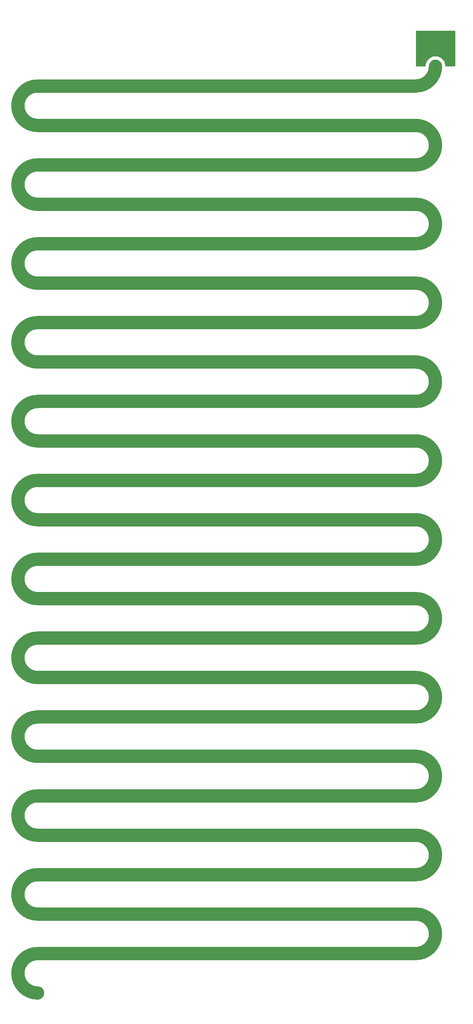
<source format=gbr>
%TF.GenerationSoftware,KiCad,Pcbnew,(6.0.4)*%
%TF.CreationDate,2022-11-12T02:37:30+02:00*%
%TF.ProjectId,pcb_heater,7063625f-6865-4617-9465-722e6b696361,rev?*%
%TF.SameCoordinates,Original*%
%TF.FileFunction,Copper,L1,Top*%
%TF.FilePolarity,Positive*%
%FSLAX46Y46*%
G04 Gerber Fmt 4.6, Leading zero omitted, Abs format (unit mm)*
G04 Created by KiCad (PCBNEW (6.0.4)) date 2022-11-12 02:37:30*
%MOMM*%
%LPD*%
G01*
G04 APERTURE LIST*
%TA.AperFunction,NonConductor*%
%ADD10C,3.360000*%
%TD*%
%TA.AperFunction,Conductor*%
%ADD11C,3.360000*%
%TD*%
G04 APERTURE END LIST*
D10*
X113750000Y-297000000D02*
G75*
G03*
X118750000Y-302000000I5000000J0D01*
G01*
X214750000Y-72000000D02*
G75*
G03*
X219750000Y-67000000I0J5000000D01*
G01*
X113750000Y-77000000D02*
G75*
G03*
X118750000Y-82000000I5000000J0D01*
G01*
X113750000Y-277000000D02*
G75*
G03*
X118750000Y-282000000I5000000J0D01*
G01*
X113750000Y-197000000D02*
G75*
G03*
X118750000Y-202000000I5000000J0D01*
G01*
X118750000Y-112000000D02*
G75*
G03*
X113750000Y-117000000I0J-5000000D01*
G01*
X118750000Y-212000000D02*
G75*
G03*
X113750000Y-217000000I0J-5000000D01*
G01*
X118750000Y-172000000D02*
G75*
G03*
X113750000Y-177000000I0J-5000000D01*
G01*
X118750000Y-152000000D02*
G75*
G03*
X113750000Y-157000000I0J-5000000D01*
G01*
X214750000Y-292000000D02*
G75*
G03*
X219750000Y-287000000I0J5000000D01*
G01*
X219750000Y-187000000D02*
G75*
G03*
X214750000Y-182000000I-5000000J0D01*
G01*
X214750000Y-112000000D02*
G75*
G03*
X219750000Y-107000000I0J5000000D01*
G01*
X219750000Y-247000000D02*
G75*
G03*
X214750000Y-242000000I-5000000J0D01*
G01*
X118750000Y-192000000D02*
G75*
G03*
X113750000Y-197000000I0J-5000000D01*
G01*
X118750000Y-232000000D02*
G75*
G03*
X113750000Y-237000000I0J-5000000D01*
G01*
X118750000Y-252000000D02*
G75*
G03*
X113750000Y-257000000I0J-5000000D01*
G01*
X113750000Y-137000000D02*
G75*
G03*
X118750000Y-142000000I5000000J0D01*
G01*
X113750000Y-257000000D02*
G75*
G03*
X118750000Y-262000000I5000000J0D01*
G01*
X219750000Y-127000000D02*
G75*
G03*
X214750000Y-122000000I-5000000J0D01*
G01*
X219750000Y-287000000D02*
G75*
G03*
X214750000Y-282000000I-5000000J0D01*
G01*
X113750000Y-157000000D02*
G75*
G03*
X118750000Y-162000000I5000000J0D01*
G01*
X214750000Y-212000000D02*
G75*
G03*
X219750000Y-207000000I0J5000000D01*
G01*
X113750000Y-217000000D02*
G75*
G03*
X118750000Y-222000000I5000000J0D01*
G01*
X219750000Y-227000000D02*
G75*
G03*
X214750000Y-222000000I-5000000J0D01*
G01*
X214750000Y-192000000D02*
G75*
G03*
X219750000Y-187000000I0J5000000D01*
G01*
X113750000Y-117000000D02*
G75*
G03*
X118750000Y-122000000I5000000J0D01*
G01*
X214750000Y-272000000D02*
G75*
G03*
X219750000Y-267000000I0J5000000D01*
G01*
X219750000Y-167000000D02*
G75*
G03*
X214750000Y-162000000I-5000000J0D01*
G01*
X214750000Y-252000000D02*
G75*
G03*
X219750000Y-247000000I0J5000000D01*
G01*
X118750000Y-272000000D02*
G75*
G03*
X113750000Y-277000000I0J-5000000D01*
G01*
X118750000Y-292000000D02*
G75*
G03*
X113750000Y-297000000I0J-5000000D01*
G01*
X219750000Y-87000000D02*
G75*
G03*
X214750000Y-82000000I-5000000J0D01*
G01*
X113750000Y-237000000D02*
G75*
G03*
X118750000Y-242000000I5000000J0D01*
G01*
X219750000Y-267000000D02*
G75*
G03*
X214750000Y-262000000I-5000000J0D01*
G01*
X214750000Y-92000000D02*
G75*
G03*
X219750000Y-87000000I0J5000000D01*
G01*
X214750000Y-232000000D02*
G75*
G03*
X219750000Y-227000000I0J5000000D01*
G01*
X214750000Y-152000000D02*
G75*
G03*
X219750000Y-147000000I0J5000000D01*
G01*
X219750000Y-147000000D02*
G75*
G03*
X214750000Y-142000000I-5000000J0D01*
G01*
X214750000Y-172000000D02*
G75*
G03*
X219750000Y-167000000I0J5000000D01*
G01*
X113750000Y-97000000D02*
G75*
G03*
X118750000Y-102000000I5000000J0D01*
G01*
X118750000Y-92000000D02*
G75*
G03*
X113750000Y-97000000I0J-5000000D01*
G01*
X219750000Y-207000000D02*
G75*
G03*
X214750000Y-202000000I-5000000J0D01*
G01*
X118750000Y-72000000D02*
G75*
G03*
X113750000Y-77000000I0J-5000000D01*
G01*
X113750000Y-177000000D02*
G75*
G03*
X118750000Y-182000000I5000000J0D01*
G01*
X214750000Y-132000000D02*
G75*
G03*
X219750000Y-127000000I0J5000000D01*
G01*
X219750000Y-107000000D02*
G75*
G03*
X214750000Y-102000000I-5000000J0D01*
G01*
X118750000Y-132000000D02*
G75*
G03*
X113750000Y-137000000I0J-5000000D01*
G01*
D11*
%TO.N,*%
X118750000Y-262000000D02*
X214750000Y-262000000D01*
X118750000Y-102000000D02*
X214750000Y-102000000D01*
X118750000Y-282000000D02*
X214750000Y-282000000D01*
X118750000Y-152000000D02*
X214750000Y-152000000D01*
X118750000Y-242000000D02*
X214750000Y-242000000D01*
X118750000Y-82000000D02*
X214750000Y-82000000D01*
X118750000Y-232000000D02*
X214750000Y-232000000D01*
X118750000Y-92000000D02*
X214750000Y-92000000D01*
X118750000Y-222000000D02*
X214750000Y-222000000D01*
X118750000Y-252000000D02*
X214750000Y-252000000D01*
X118750000Y-192000000D02*
X214750000Y-192000000D01*
X118750000Y-122000000D02*
X214750000Y-122000000D01*
X118750000Y-202000000D02*
X214750000Y-202000000D01*
X118750000Y-292000000D02*
X214750000Y-292000000D01*
X118750000Y-212000000D02*
X214750000Y-212000000D01*
X118750000Y-142000000D02*
X214750000Y-142000000D01*
X118750000Y-162000000D02*
X214750000Y-162000000D01*
X118750000Y-172000000D02*
X214750000Y-172000000D01*
X118750000Y-112000000D02*
X214750000Y-112000000D01*
X214750000Y-72000000D02*
X118750000Y-72000000D01*
X118750000Y-132000000D02*
X214750000Y-132000000D01*
X118750000Y-182000000D02*
X214750000Y-182000000D01*
X118750000Y-272000000D02*
X214750000Y-272000000D01*
%TD*%
%TA.AperFunction,NonConductor*%
G36*
X224692121Y-58020002D02*
G01*
X224738614Y-58073658D01*
X224750000Y-58126000D01*
X224750000Y-66874000D01*
X224729998Y-66942121D01*
X224676342Y-66988614D01*
X224624000Y-67000000D01*
X222381782Y-67000000D01*
X222313661Y-66979998D01*
X222267168Y-66926342D01*
X222256031Y-66881912D01*
X222243890Y-66688942D01*
X222243641Y-66684980D01*
X222184495Y-66374928D01*
X222086956Y-66074734D01*
X222085267Y-66071144D01*
X221954250Y-65792717D01*
X221954246Y-65792710D01*
X221952562Y-65789131D01*
X221783432Y-65522625D01*
X221582233Y-65279418D01*
X221352140Y-65063346D01*
X221096779Y-64877816D01*
X220820179Y-64725753D01*
X220816510Y-64724300D01*
X220816505Y-64724298D01*
X220530372Y-64611010D01*
X220530371Y-64611010D01*
X220526702Y-64609557D01*
X220220975Y-64531060D01*
X219907821Y-64491500D01*
X219592179Y-64491500D01*
X219279025Y-64531060D01*
X218973298Y-64609557D01*
X218969629Y-64611010D01*
X218969628Y-64611010D01*
X218683495Y-64724298D01*
X218683490Y-64724300D01*
X218679821Y-64725753D01*
X218403221Y-64877816D01*
X218147860Y-65063346D01*
X217917767Y-65279418D01*
X217716568Y-65522625D01*
X217547438Y-65789131D01*
X217545754Y-65792710D01*
X217545750Y-65792717D01*
X217414733Y-66071144D01*
X217413044Y-66074734D01*
X217315505Y-66374928D01*
X217256359Y-66684980D01*
X217256110Y-66688942D01*
X217243969Y-66881912D01*
X217219729Y-66948642D01*
X217163260Y-66991674D01*
X217118218Y-67000000D01*
X214876000Y-67000000D01*
X214807879Y-66979998D01*
X214761386Y-66926342D01*
X214750000Y-66874000D01*
X214750000Y-58126000D01*
X214770002Y-58057879D01*
X214823658Y-58011386D01*
X214876000Y-58000000D01*
X224624000Y-58000000D01*
X224692121Y-58020002D01*
G37*
%TD.AperFunction*%
M02*

</source>
